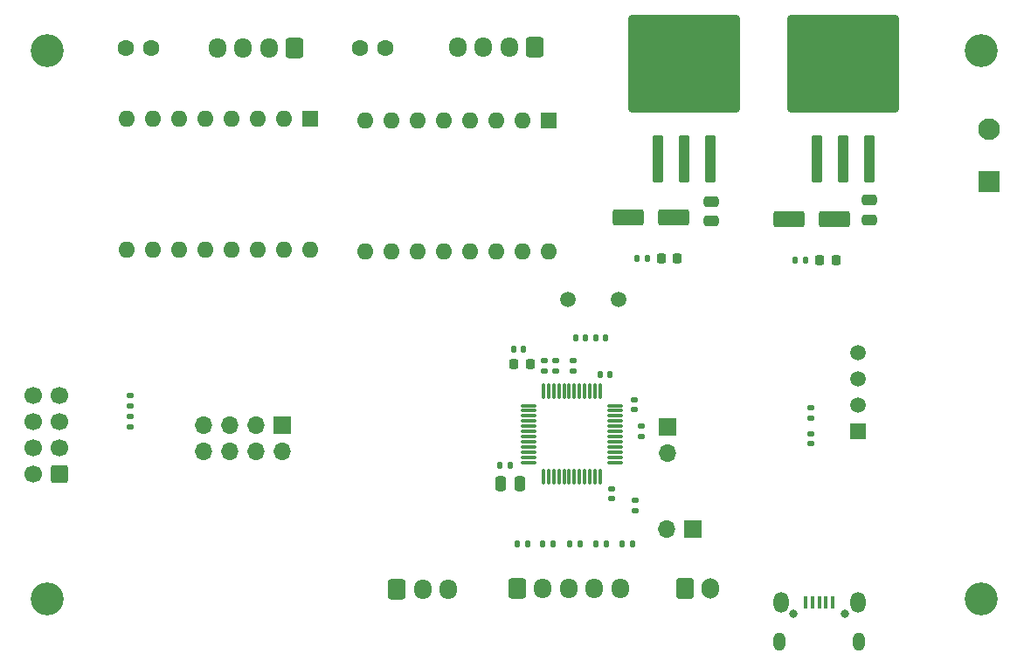
<source format=gbr>
%TF.GenerationSoftware,KiCad,Pcbnew,8.0.5*%
%TF.CreationDate,2025-01-03T15:42:36+07:00*%
%TF.ProjectId,Controller_Board,436f6e74-726f-46c6-9c65-725f426f6172,rev?*%
%TF.SameCoordinates,Original*%
%TF.FileFunction,Soldermask,Top*%
%TF.FilePolarity,Negative*%
%FSLAX46Y46*%
G04 Gerber Fmt 4.6, Leading zero omitted, Abs format (unit mm)*
G04 Created by KiCad (PCBNEW 8.0.5) date 2025-01-03 15:42:36*
%MOMM*%
%LPD*%
G01*
G04 APERTURE LIST*
G04 Aperture macros list*
%AMRoundRect*
0 Rectangle with rounded corners*
0 $1 Rounding radius*
0 $2 $3 $4 $5 $6 $7 $8 $9 X,Y pos of 4 corners*
0 Add a 4 corners polygon primitive as box body*
4,1,4,$2,$3,$4,$5,$6,$7,$8,$9,$2,$3,0*
0 Add four circle primitives for the rounded corners*
1,1,$1+$1,$2,$3*
1,1,$1+$1,$4,$5*
1,1,$1+$1,$6,$7*
1,1,$1+$1,$8,$9*
0 Add four rect primitives between the rounded corners*
20,1,$1+$1,$2,$3,$4,$5,0*
20,1,$1+$1,$4,$5,$6,$7,0*
20,1,$1+$1,$6,$7,$8,$9,0*
20,1,$1+$1,$8,$9,$2,$3,0*%
G04 Aperture macros list end*
%ADD10C,1.600000*%
%ADD11RoundRect,0.135000X0.185000X-0.135000X0.185000X0.135000X-0.185000X0.135000X-0.185000X-0.135000X0*%
%ADD12RoundRect,0.140000X-0.170000X0.140000X-0.170000X-0.140000X0.170000X-0.140000X0.170000X0.140000X0*%
%ADD13RoundRect,0.135000X-0.135000X-0.185000X0.135000X-0.185000X0.135000X0.185000X-0.135000X0.185000X0*%
%ADD14RoundRect,0.250000X1.250000X0.550000X-1.250000X0.550000X-1.250000X-0.550000X1.250000X-0.550000X0*%
%ADD15C,3.200000*%
%ADD16RoundRect,0.250000X0.300000X-2.050000X0.300000X2.050000X-0.300000X2.050000X-0.300000X-2.050000X0*%
%ADD17RoundRect,0.250002X5.149998X-4.449998X5.149998X4.449998X-5.149998X4.449998X-5.149998X-4.449998X0*%
%ADD18RoundRect,0.135000X-0.185000X0.135000X-0.185000X-0.135000X0.185000X-0.135000X0.185000X0.135000X0*%
%ADD19RoundRect,0.218750X-0.218750X-0.256250X0.218750X-0.256250X0.218750X0.256250X-0.218750X0.256250X0*%
%ADD20RoundRect,0.250000X0.600000X0.725000X-0.600000X0.725000X-0.600000X-0.725000X0.600000X-0.725000X0*%
%ADD21O,1.700000X1.950000*%
%ADD22RoundRect,0.140000X-0.140000X-0.170000X0.140000X-0.170000X0.140000X0.170000X-0.140000X0.170000X0*%
%ADD23RoundRect,0.250000X0.250000X0.475000X-0.250000X0.475000X-0.250000X-0.475000X0.250000X-0.475000X0*%
%ADD24RoundRect,0.135000X0.135000X0.185000X-0.135000X0.185000X-0.135000X-0.185000X0.135000X-0.185000X0*%
%ADD25R,1.700000X1.700000*%
%ADD26O,1.700000X1.700000*%
%ADD27RoundRect,0.250000X-0.600000X-0.725000X0.600000X-0.725000X0.600000X0.725000X-0.600000X0.725000X0*%
%ADD28RoundRect,0.250000X-0.600000X-0.750000X0.600000X-0.750000X0.600000X0.750000X-0.600000X0.750000X0*%
%ADD29O,1.700000X2.000000*%
%ADD30R,1.600000X1.600000*%
%ADD31O,1.600000X1.600000*%
%ADD32O,0.800000X0.800000*%
%ADD33R,0.450000X1.300000*%
%ADD34O,1.150000X1.800000*%
%ADD35O,1.450000X2.000000*%
%ADD36RoundRect,0.140000X0.170000X-0.140000X0.170000X0.140000X-0.170000X0.140000X-0.170000X-0.140000X0*%
%ADD37RoundRect,0.250000X-0.475000X0.250000X-0.475000X-0.250000X0.475000X-0.250000X0.475000X0.250000X0*%
%ADD38R,2.100000X2.100000*%
%ADD39C,2.100000*%
%ADD40RoundRect,0.140000X0.140000X0.170000X-0.140000X0.170000X-0.140000X-0.170000X0.140000X-0.170000X0*%
%ADD41RoundRect,0.250000X0.600000X0.600000X-0.600000X0.600000X-0.600000X-0.600000X0.600000X-0.600000X0*%
%ADD42C,1.700000*%
%ADD43RoundRect,0.075000X-0.075000X0.662500X-0.075000X-0.662500X0.075000X-0.662500X0.075000X0.662500X0*%
%ADD44RoundRect,0.075000X-0.662500X0.075000X-0.662500X-0.075000X0.662500X-0.075000X0.662500X0.075000X0*%
%ADD45R,1.500000X1.500000*%
%ADD46C,1.500000*%
G04 APERTURE END LIST*
D10*
%TO.C,C15*%
X117300000Y-68000000D03*
X114800000Y-68000000D03*
%TD*%
D11*
%TO.C,R2*%
X92600000Y-102700000D03*
X92600000Y-101680000D03*
%TD*%
D12*
%TO.C,C4*%
X141400000Y-102140000D03*
X141400000Y-103100000D03*
%TD*%
D13*
%TO.C,R8*%
X140260000Y-116100000D03*
X141280000Y-116100000D03*
%TD*%
D14*
%TO.C,Electrolytic1*%
X145200000Y-84400000D03*
X140800000Y-84400000D03*
%TD*%
D15*
%TO.C,H3*%
X175000000Y-68300000D03*
%TD*%
D16*
%TO.C,U2*%
X143685000Y-78725000D03*
X146225000Y-78725000D03*
D17*
X146225000Y-69575000D03*
D16*
X148765000Y-78725000D03*
%TD*%
D18*
%TO.C,R4*%
X141500000Y-111890000D03*
X141500000Y-112910000D03*
%TD*%
D19*
%TO.C,D1*%
X144012500Y-88400000D03*
X145587500Y-88400000D03*
%TD*%
D20*
%TO.C,J7*%
X131800000Y-67900000D03*
D21*
X129300000Y-67900000D03*
X126800000Y-67900000D03*
X124300000Y-67900000D03*
%TD*%
D22*
%TO.C,C5*%
X138120000Y-99637500D03*
X139080000Y-99637500D03*
%TD*%
D23*
%TO.C,C3*%
X130330000Y-110260000D03*
X128430000Y-110260000D03*
%TD*%
D16*
%TO.C,U3*%
X159125000Y-78725000D03*
X161665000Y-78725000D03*
D17*
X161665000Y-69575000D03*
D16*
X164205000Y-78725000D03*
%TD*%
D24*
%TO.C,R6*%
X157987500Y-88600000D03*
X156967500Y-88600000D03*
%TD*%
D25*
%TO.C,J9*%
X147075000Y-114700000D03*
D26*
X144535000Y-114700000D03*
%TD*%
D20*
%TO.C,J8*%
X108500000Y-68000000D03*
D21*
X106000000Y-68000000D03*
X103500000Y-68000000D03*
X101000000Y-68000000D03*
%TD*%
D12*
%TO.C,C14*%
X135500000Y-98340000D03*
X135500000Y-99300000D03*
%TD*%
D27*
%TO.C,J2*%
X130040000Y-120400000D03*
D21*
X132540000Y-120400000D03*
X135040000Y-120400000D03*
X137540000Y-120400000D03*
X140040000Y-120400000D03*
%TD*%
D28*
%TO.C,J4*%
X146300000Y-120400000D03*
D29*
X148800000Y-120400000D03*
%TD*%
D30*
%TO.C,A1*%
X133100000Y-75000000D03*
D31*
X130560000Y-75000000D03*
X128020000Y-75000000D03*
X125480000Y-75000000D03*
X122940000Y-75000000D03*
X120400000Y-75000000D03*
X117860000Y-75000000D03*
X115320000Y-75000000D03*
X115320000Y-87700000D03*
X117860000Y-87700000D03*
X120400000Y-87700000D03*
X122940000Y-87700000D03*
X125480000Y-87700000D03*
X128020000Y-87700000D03*
X130560000Y-87700000D03*
X133100000Y-87700000D03*
%TD*%
D32*
%TO.C,J6*%
X156825000Y-122850000D03*
X161825000Y-122850000D03*
D33*
X158025000Y-121750000D03*
X158675000Y-121750000D03*
X159325000Y-121750000D03*
X159975000Y-121750000D03*
X160625000Y-121750000D03*
D34*
X155450000Y-125600000D03*
D35*
X155600000Y-121800000D03*
X163050000Y-121800000D03*
D34*
X163200000Y-125600000D03*
%TD*%
D13*
%TO.C,R9*%
X137660000Y-116100000D03*
X138680000Y-116100000D03*
%TD*%
D14*
%TO.C,Electrolytic2*%
X160800000Y-84600000D03*
X156400000Y-84600000D03*
%TD*%
D18*
%TO.C,R7*%
X158500000Y-102910000D03*
X158500000Y-103930000D03*
%TD*%
D10*
%TO.C,C16*%
X94600000Y-68000000D03*
X92100000Y-68000000D03*
%TD*%
D19*
%TO.C,D2*%
X159400000Y-88600000D03*
X160975000Y-88600000D03*
%TD*%
D18*
%TO.C,R1*%
X142100000Y-104700000D03*
X142100000Y-105720000D03*
%TD*%
D19*
%TO.C,FB1*%
X129725000Y-98700000D03*
X131300000Y-98700000D03*
%TD*%
D13*
%TO.C,R10*%
X135160000Y-116100000D03*
X136180000Y-116100000D03*
%TD*%
D36*
%TO.C,C10*%
X132700000Y-99300000D03*
X132700000Y-98340000D03*
%TD*%
D25*
%TO.C,JP1*%
X144600000Y-104760000D03*
D26*
X144600000Y-107300000D03*
%TD*%
D37*
%TO.C,C2*%
X164190000Y-82750000D03*
X164190000Y-84650000D03*
%TD*%
D24*
%TO.C,R5*%
X142695000Y-88400000D03*
X141675000Y-88400000D03*
%TD*%
D38*
%TO.C,J10*%
X175800000Y-81000000D03*
D39*
X175800000Y-75920000D03*
%TD*%
D22*
%TO.C,C11*%
X137700000Y-96100000D03*
X138660000Y-96100000D03*
%TD*%
D12*
%TO.C,C17*%
X158500000Y-105395000D03*
X158500000Y-106355000D03*
%TD*%
D15*
%TO.C,H1*%
X84500000Y-68300000D03*
%TD*%
D40*
%TO.C,C6*%
X129360000Y-108510000D03*
X128400000Y-108510000D03*
%TD*%
D41*
%TO.C,J3*%
X85700000Y-109340000D03*
D42*
X83160000Y-109340000D03*
X85700000Y-106800000D03*
X83160000Y-106800000D03*
X85700000Y-104260000D03*
X83160000Y-104260000D03*
X85700000Y-101720000D03*
X83160000Y-101720000D03*
%TD*%
D36*
%TO.C,C9*%
X133800000Y-99300000D03*
X133800000Y-98340000D03*
%TD*%
D22*
%TO.C,C13*%
X129740000Y-97200000D03*
X130700000Y-97200000D03*
%TD*%
D15*
%TO.C,H4*%
X175000000Y-121400000D03*
%TD*%
D30*
%TO.C,A2*%
X110040000Y-74900000D03*
D31*
X107500000Y-74900000D03*
X104960000Y-74900000D03*
X102420000Y-74900000D03*
X99880000Y-74900000D03*
X97340000Y-74900000D03*
X94800000Y-74900000D03*
X92260000Y-74900000D03*
X92260000Y-87600000D03*
X94800000Y-87600000D03*
X97340000Y-87600000D03*
X99880000Y-87600000D03*
X102420000Y-87600000D03*
X104960000Y-87600000D03*
X107500000Y-87600000D03*
X110040000Y-87600000D03*
%TD*%
D43*
%TO.C,U1*%
X138100000Y-101275000D03*
X137600000Y-101275000D03*
X137100000Y-101275000D03*
X136600000Y-101275000D03*
X136100000Y-101275000D03*
X135600000Y-101275000D03*
X135100000Y-101275000D03*
X134600000Y-101275000D03*
X134100000Y-101275000D03*
X133600000Y-101275000D03*
X133100000Y-101275000D03*
X132600000Y-101275000D03*
D44*
X131187500Y-102687500D03*
X131187500Y-103187500D03*
X131187500Y-103687500D03*
X131187500Y-104187500D03*
X131187500Y-104687500D03*
X131187500Y-105187500D03*
X131187500Y-105687500D03*
X131187500Y-106187500D03*
X131187500Y-106687500D03*
X131187500Y-107187500D03*
X131187500Y-107687500D03*
X131187500Y-108187500D03*
D43*
X132600000Y-109600000D03*
X133100000Y-109600000D03*
X133600000Y-109600000D03*
X134100000Y-109600000D03*
X134600000Y-109600000D03*
X135100000Y-109600000D03*
X135600000Y-109600000D03*
X136100000Y-109600000D03*
X136600000Y-109600000D03*
X137100000Y-109600000D03*
X137600000Y-109600000D03*
X138100000Y-109600000D03*
D44*
X139512500Y-108187500D03*
X139512500Y-107687500D03*
X139512500Y-107187500D03*
X139512500Y-106687500D03*
X139512500Y-106187500D03*
X139512500Y-105687500D03*
X139512500Y-105187500D03*
X139512500Y-104687500D03*
X139512500Y-104187500D03*
X139512500Y-103687500D03*
X139512500Y-103187500D03*
X139512500Y-102687500D03*
%TD*%
D27*
%TO.C,J1*%
X118400000Y-120500000D03*
D21*
X120900000Y-120500000D03*
X123400000Y-120500000D03*
%TD*%
D15*
%TO.C,H2*%
X84500000Y-121400000D03*
%TD*%
D40*
%TO.C,C12*%
X136660000Y-96100000D03*
X135700000Y-96100000D03*
%TD*%
D12*
%TO.C,C7*%
X139200000Y-110740000D03*
X139200000Y-111700000D03*
%TD*%
D45*
%TO.C,U4*%
X163100000Y-105210000D03*
D46*
X163100000Y-102670000D03*
X163100000Y-100130000D03*
X163100000Y-97590000D03*
%TD*%
%TO.C,Y1*%
X139900000Y-92400000D03*
X135020000Y-92400000D03*
%TD*%
D13*
%TO.C,R11*%
X132560000Y-116100000D03*
X133580000Y-116100000D03*
%TD*%
%TO.C,R12*%
X130060000Y-116100000D03*
X131080000Y-116100000D03*
%TD*%
D18*
%TO.C,R3*%
X92600000Y-103780000D03*
X92600000Y-104800000D03*
%TD*%
D25*
%TO.C,J5*%
X107300000Y-104560000D03*
D26*
X107300000Y-107100000D03*
X104760000Y-104560000D03*
X104760000Y-107100000D03*
X102220000Y-104560000D03*
X102220000Y-107100000D03*
X99680000Y-104560000D03*
X99680000Y-107100000D03*
%TD*%
D37*
%TO.C,C1*%
X148850000Y-82875000D03*
X148850000Y-84775000D03*
%TD*%
M02*

</source>
